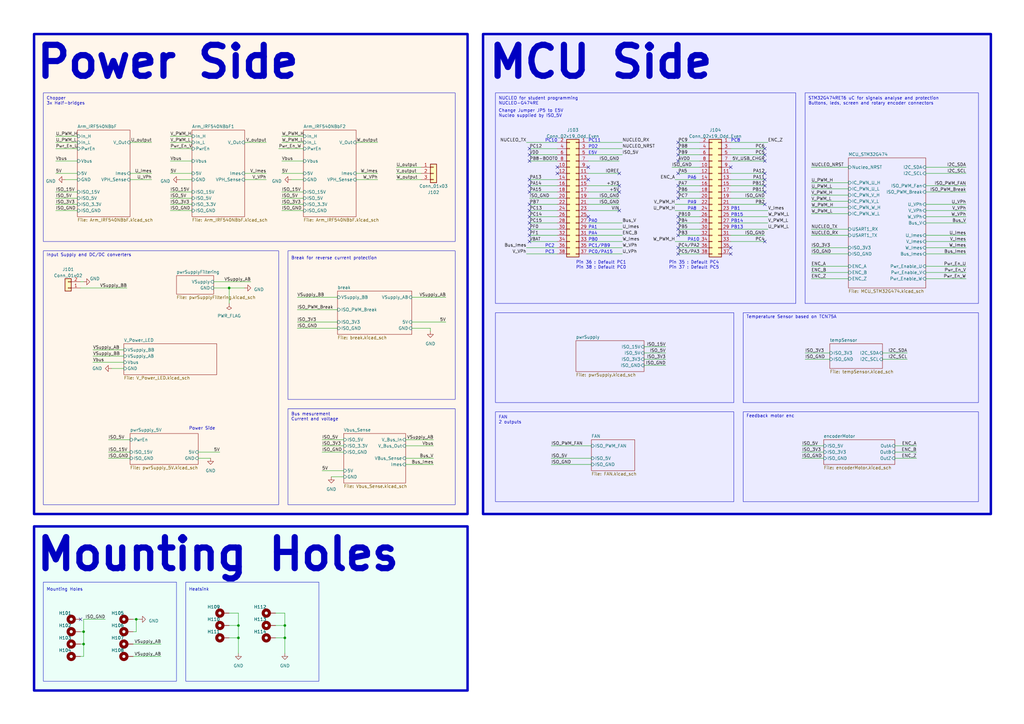
<source format=kicad_sch>
(kicad_sch (version 20231120) (generator "eeschema") (generator_version "8.0")
  (paper "A3")
  (title_block (title "AAP Inverter") (date "2023-10-08") (company "ENSEA"))
  (lib_symbols
    (symbol "Connector_Generic:Conn_01x02" (pin_names (offset 1.016) hide)
      (property "Reference" "J" (at 0 2.54 0))
      (property "Value" "Conn_01x02" (at 0 -5.08 0))
      (symbol "Conn_01x02_1_1"
        (rectangle (start -1.27 -2.413) (end 0 -2.667) (stroke (width 0.1524)))
        (rectangle (start -1.27 0.127) (end 0 -0.127) (stroke (width 0.1524)))
        (rectangle (start -1.27 1.27) (end 1.27 -3.81) (stroke (width 0.254)) (fill (type background)))
        (pin passive line (at -5.08 0 0) (length 3.81) (name "Pin_1") (number "1"))
        (pin passive line (at -5.08 -2.54 0) (length 3.81) (name "Pin_2") (number "2"))
      )
    )
    (symbol "Connector_Generic:Conn_01x03" (pin_names (offset 1.016) hide)
      (property "Reference" "J" (at 0 5.08 0))
      (property "Value" "Conn_01x03" (at 0 -5.08 0))
      (symbol "Conn_01x03_1_1"
        (rectangle (start -1.27 -2.413) (end 0 -2.667) (stroke (width 0.1524)))
        (rectangle (start -1.27 0.127) (end 0 -0.127) (stroke (width 0.1524)))
        (rectangle (start -1.27 2.667) (end 0 2.413) (stroke (width 0.1524)))
        (rectangle (start -1.27 3.81) (end 1.27 -3.81) (stroke (width 0.254)) (fill (type background)))
        (pin passive line (at -5.08 2.54 0) (length 3.81) (name "Pin_1") (number "1"))
        (pin passive line (at -5.08 0 0) (length 3.81) (name "Pin_2") (number "2"))
        (pin passive line (at -5.08 -2.54 0) (length 3.81) (name "Pin_3") (number "3"))
      )
    )
    (symbol "Connector_Generic:Conn_02x19_Odd_Even" (pin_names (offset 1.016) hide)
      (property "Reference" "J" (at 1.27 25.4 0))
      (property "Value" "Conn_02x19_Odd_Even" (at 1.27 -25.4 0))
      (symbol "Conn_02x19_Odd_Even_1_1"
        (rectangle (start -1.27 -22.733) (end 0 -22.987) (stroke (width 0.1524)))
        (rectangle (start -1.27 -20.193) (end 0 -20.447) (stroke (width 0.1524)))
        (rectangle (start -1.27 -17.653) (end 0 -17.907) (stroke (width 0.1524)))
        (rectangle (start -1.27 -15.113) (end 0 -15.367) (stroke (width 0.1524)))
        (rectangle (start -1.27 -12.573) (end 0 -12.827) (stroke (width 0.1524)))
        (rectangle (start -1.27 -10.033) (end 0 -10.287) (stroke (width 0.1524)))
        (rectangle (start -1.27 -7.493) (end 0 -7.747) (stroke (width 0.1524)))
        (rectangle (start -1.27 -4.953) (end 0 -5.207) (stroke (width 0.1524)))
        (rectangle (start -1.27 -2.413) (end 0 -2.667) (stroke (width 0.1524)))
        (rectangle (start -1.27 0.127) (end 0 -0.127) (stroke (width 0.1524)))
        (rectangle (start -1.27 2.667) (end 0 2.413) (stroke (width 0.1524)))
        (rectangle (start -1.27 5.207) (end 0 4.953) (stroke (width 0.1524)))
        (rectangle (start -1.27 7.747) (end 0 7.493) (stroke (width 0.1524)))
        (rectangle (start -1.27 10.287) (end 0 10.033) (stroke (width 0.1524)))
        (rectangle (start -1.27 12.827) (end 0 12.573) (stroke (width 0.1524)))
        (rectangle (start -1.27 15.367) (end 0 15.113) (stroke (width 0.1524)))
        (rectangle (start -1.27 17.907) (end 0 17.653) (stroke (width 0.1524)))
        (rectangle (start -1.27 20.447) (end 0 20.193) (stroke (width 0.1524)))
        (rectangle (start -1.27 22.987) (end 0 22.733) (stroke (width 0.1524)))
        (rectangle (start -1.27 24.13) (end 3.81 -24.13) (stroke (width 0.254)) (fill (type background)))
        (rectangle (start 3.81 -22.733) (end 2.54 -22.987) (stroke (width 0.1524)))
        (rectangle (start 3.81 -20.193) (end 2.54 -20.447) (stroke (width 0.1524)))
        (rectangle (start 3.81 -17.653) (end 2.54 -17.907) (stroke (width 0.1524)))
        (rectangle (start 3.81 -15.113) (end 2.54 -15.367) (stroke (width 0.1524)))
        (rectangle (start 3.81 -12.573) (end 2.54 -12.827) (stroke (width 0.1524)))
        (rectangle (start 3.81 -10.033) (end 2.54 -10.287) (stroke (width 0.1524)))
        (rectangle (start 3.81 -7.493) (end 2.54 -7.747) (stroke (width 0.1524)))
        (rectangle (start 3.81 -4.953) (end 2.54 -5.207) (stroke (width 0.1524)))
        (rectangle (start 3.81 -2.413) (end 2.54 -2.667) (stroke (width 0.1524)))
        (rectangle (start 3.81 0.127) (end 2.54 -0.127) (stroke (width 0.1524)))
        (rectangle (start 3.81 2.667) (end 2.54 2.413) (stroke (width 0.1524)))
        (rectangle (start 3.81 5.207) (end 2.54 4.953) (stroke (width 0.1524)))
        (rectangle (start 3.81 7.747) (end 2.54 7.493) (stroke (width 0.1524)))
        (rectangle (start 3.81 10.287) (end 2.54 10.033) (stroke (width 0.1524)))
        (rectangle (start 3.81 12.827) (end 2.54 12.573) (stroke (width 0.1524)))
        (rectangle (start 3.81 15.367) (end 2.54 15.113) (stroke (width 0.1524)))
        (rectangle (start 3.81 17.907) (end 2.54 17.653) (stroke (width 0.1524)))
        (rectangle (start 3.81 20.447) (end 2.54 20.193) (stroke (width 0.1524)))
        (rectangle (start 3.81 22.987) (end 2.54 22.733) (stroke (width 0.1524)))
        (pin passive line (at -5.08 22.86 0) (length 3.81) (name "Pin_1") (number "1"))
        (pin passive line (at 7.62 12.7 180) (length 3.81) (name "Pin_10") (number "10"))
        (pin passive line (at -5.08 10.16 0) (length 3.81) (name "Pin_11") (number "11"))
        (pin passive line (at 7.62 10.16 180) (length 3.81) (name "Pin_12") (number "12"))
        (pin passive line (at -5.08 7.62 0) (length 3.81) (name "Pin_13") (number "13"))
        (pin passive line (at 7.62 7.62 180) (length 3.81) (name "Pin_14") (number "14"))
        (pin passive line (at -5.08 5.08 0) (length 3.81) (name "Pin_15") (number "15"))
        (pin passive line (at 7.62 5.08 180) (length 3.81) (name "Pin_16") (number "16"))
        (pin passive line (at -5.08 2.54 0) (length 3.81) (name "Pin_17") (number "17"))
        (pin passive line (at 7.62 2.54 180) (length 3.81) (name "Pin_18") (number "18"))
        (pin passive line (at -5.08 0 0) (length 3.81) (name "Pin_19") (number "19"))
        (pin passive line (at 7.62 22.86 180) (length 3.81) (name "Pin_2") (number "2"))
        (pin passive line (at 7.62 0 180) (length 3.81) (name "Pin_20") (number "20"))
        (pin passive line (at -5.08 -2.54 0) (length 3.81) (name "Pin_21") (number "21"))
        (pin passive line (at 7.62 -2.54 180) (length 3.81) (name "Pin_22") (number "22"))
        (pin passive line (at -5.08 -5.08 0) (length 3.81) (name "Pin_23") (number "23"))
        (pin passive line (at 7.62 -5.08 180) (length 3.81) (name "Pin_24") (number "24"))
        (pin passive line (at -5.08 -7.62 0) (length 3.81) (name "Pin_25") (number "25"))
        (pin passive line (at 7.62 -7.62 180) (length 3.81) (name "Pin_26") (number "26"))
        (pin passive line (at -5.08 -10.16 0) (length 3.81) (name "Pin_27") (number "27"))
        (pin passive line (at 7.62 -10.16 180) (length 3.81) (name "Pin_28") (number "28"))
        (pin passive line (at -5.08 -12.7 0) (length 3.81) (name "Pin_29") (number "29"))
        (pin passive line (at -5.08 20.32 0) (length 3.81) (name "Pin_3") (number "3"))
        (pin passive line (at 7.62 -12.7 180) (length 3.81) (name "Pin_30") (number "30"))
        (pin passive line (at -5.08 -15.24 0) (length 3.81) (name "Pin_31") (number "31"))
        (pin passive line (at 7.62 -15.24 180) (length 3.81) (name "Pin_32") (number "32"))
        (pin passive line (at -5.08 -17.78 0) (length 3.81) (name "Pin_33") (number "33"))
        (pin passive line (at 7.62 -17.78 180) (length 3.81) (name "Pin_34") (number "34"))
        (pin passive line (at -5.08 -20.32 0) (length 3.81) (name "Pin_35") (number "35"))
        (pin passive line (at 7.62 -20.32 180) (length 3.81) (name "Pin_36") (number "36"))
        (pin passive line (at -5.08 -22.86 0) (length 3.81) (name "Pin_37") (number "37"))
        (pin passive line (at 7.62 -22.86 180) (length 3.81) (name "Pin_38") (number "38"))
        (pin passive line (at 7.62 20.32 180) (length 3.81) (name "Pin_4") (number "4"))
        (pin passive line (at -5.08 17.78 0) (length 3.81) (name "Pin_5") (number "5"))
        (pin passive line (at 7.62 17.78 180) (length 3.81) (name "Pin_6") (number "6"))
        (pin passive line (at -5.08 15.24 0) (length 3.81) (name "Pin_7") (number "7"))
        (pin passive line (at 7.62 15.24 180) (length 3.81) (name "Pin_8") (number "8"))
        (pin passive line (at -5.08 12.7 0) (length 3.81) (name "Pin_9") (number "9"))
      )
    )
    (symbol "Mechanical:MountingHole_Pad" (pin_numbers hide) (pin_names (offset 1.016) hide)
      (property "Reference" "H" (at 0 6.35 0))
      (property "Value" "MountingHole_Pad" (at 0 4.445 0))
      (symbol "MountingHole_Pad_0_1"
        (circle (center 0 1.27) (radius 1.27) (stroke (width 1.27)))
      )
      (symbol "MountingHole_Pad_1_1"
        (pin input line (at 0 -2.54 90) (length 2.54) (name "1") (number "1"))
      )
    )
    (symbol "power:GND" (power) (pin_names (offset 0))
      (property "Value" "GND" (at 0 -3.81 0))
      (symbol "GND_0_1"
        (polyline (pts (xy 0 0) (xy 0 -1.27) (xy 1.27 -1.27) (xy 0 -2.54) (xy -1.27 -1.27) (xy 0 -1.27)))
      )
      (symbol "GND_1_1"
        (pin power_in line (at 0 0 270) (length 0) hide (name "GND") (number "1"))
      )
    )
    (symbol "power:PWR_FLAG" (power) (pin_numbers hide) (pin_names (offset 0) hide)
      (property "Value" "PWR_FLAG" (at 0 3.81 0))
      (symbol "PWR_FLAG_0_0"
        (pin power_out line (at 0 0 90) (length 0) (name "pwr") (number "1"))
      )
      (symbol "PWR_FLAG_0_1"
        (polyline (pts (xy 0 0) (xy 0 1.27) (xy -1.016 1.905) (xy 0 2.54) (xy 1.016 1.905) (xy 0 1.27)))
      )
    )
  )
  (junction (at 116.84 256.54))
  (junction (at 55.88 254))
  (junction (at 116.84 261.62))
  (junction (at 97.79 261.62))
  (junction (at 34.29 264.16))
  (junction (at 97.79 256.54))
  (junction (at 34.29 259.08))
  (junction (at 93.98 118.11))
  (no_connect (at 217.17 66.04))
  (no_connect (at 241.3 88.9))
  (no_connect (at 313.69 60.96))
  (no_connect (at 313.69 76.2))
  (no_connect (at 278.13 96.52))
  (no_connect (at 33.02 254))
  (no_connect (at 278.13 58.42))
  (no_connect (at 278.13 93.98))
  (no_connect (at 299.72 104.14))
  (no_connect (at 278.13 91.44))
  (no_connect (at 313.69 71.12))
  (no_connect (at 254 86.36))
  (no_connect (at 228.6 68.58))
  (no_connect (at 254 71.12))
  (no_connect (at 313.69 63.5))
  (no_connect (at 313.69 83.82))
  (no_connect (at 278.13 66.04))
  (no_connect (at 241.3 73.66))
  (no_connect (at 228.6 71.12))
  (no_connect (at 217.17 86.36))
  (no_connect (at 313.69 78.74))
  (no_connect (at 254 76.2))
  (no_connect (at 313.69 73.66))
  (no_connect (at 278.13 101.6))
  (no_connect (at 278.13 76.2))
  (no_connect (at 217.17 93.98))
  (no_connect (at 217.17 60.96))
  (no_connect (at 217.17 63.5))
  (no_connect (at 299.72 68.58))
  (no_connect (at 278.13 60.96))
  (no_connect (at 278.13 63.5))
  (no_connect (at 217.17 96.52))
  (no_connect (at 217.17 99.06))
  (no_connect (at 217.17 88.9))
  (no_connect (at 217.17 91.44))
  (no_connect (at 278.13 78.74))
  (no_connect (at 278.13 88.9))
  (no_connect (at 313.69 66.04))
  (no_connect (at 278.13 71.12))
  (no_connect (at 241.3 68.58))
  (no_connect (at 299.72 101.6))
  (no_connect (at 217.17 78.74))
  (no_connect (at 254 78.74))
  (no_connect (at 217.17 76.2))
  (no_connect (at 278.13 104.14))
  (no_connect (at 313.69 99.06))
  (no_connect (at 217.17 83.82))
  (no_connect (at 278.13 81.28))
  (no_connect (at 217.17 73.66))
  (wire (pts (xy 299.72 66.04) (xy 313.69 66.04)))
  (wire (pts (xy 330.2 147.32) (xy 340.36 147.32)))
  (wire (pts (xy 278.13 96.52) (xy 287.02 96.52)))
  (wire (pts (xy 299.72 81.28) (xy 313.69 81.28)))
  (wire (pts (xy 299.72 86.36) (xy 314.96 86.36)))
  (wire (pts (xy 361.95 144.78) (xy 372.11 144.78)))
  (wire (pts (xy 69.85 86.36) (xy 78.74 86.36)))
  (wire (pts (xy 215.9 58.42) (xy 228.6 58.42)))
  (wire (pts (xy 299.72 83.82) (xy 313.69 83.82)))
  (wire (pts (xy 241.3 83.82) (xy 254 83.82)))
  (wire (pts (xy 226.06 187.96) (xy 242.57 187.96)))
  (wire (pts (xy 33.02 118.11) (xy 52.07 118.11)))
  (wire (pts (xy 379.73 78.74) (xy 396.24 78.74)))
  (wire (pts (xy 276.86 86.36) (xy 287.02 86.36)))
  (wire (pts (xy 69.85 81.28) (xy 78.74 81.28)))
  (wire (pts (xy 379.73 76.2) (xy 396.24 76.2)))
  (wire (pts (xy 116.84 251.46) (xy 113.03 251.46)))
  (wire (pts (xy 217.17 99.06) (xy 228.6 99.06)))
  (wire (pts (xy 93.98 256.54) (xy 97.79 256.54)))
  (wire (pts (xy 38.1 146.05) (xy 50.8 146.05)))
  (wire (pts (xy 226.06 190.5) (xy 242.57 190.5)))
  (wire (pts (xy 299.72 63.5) (xy 313.69 63.5)))
  (wire (pts (xy 22.86 86.36) (xy 31.75 86.36)))
  (wire (pts (xy 217.17 86.36) (xy 228.6 86.36)))
  (wire (pts (xy 69.85 55.88) (xy 78.74 55.88)))
  (wire (pts (xy 299.72 93.98) (xy 314.96 93.98)))
  (wire (pts (xy 45.72 151.13) (xy 50.8 151.13)))
  (wire (pts (xy 33.02 264.16) (xy 34.29 264.16)))
  (wire (pts (xy 241.3 99.06) (xy 255.27 99.06)))
  (wire (pts (xy 332.74 93.98) (xy 347.98 93.98)))
  (wire (pts (xy 66.04 264.16) (xy 54.61 264.16)))
  (wire (pts (xy 379.73 111.76) (xy 396.24 111.76)))
  (wire (pts (xy 330.2 144.78) (xy 340.36 144.78)))
  (wire (pts (xy 115.57 83.82) (xy 124.46 83.82)))
  (wire (pts (xy 332.74 114.3) (xy 347.98 114.3)))
  (wire (pts (xy 33.02 259.08) (xy 34.29 259.08)))
  (wire (pts (xy 241.3 78.74) (xy 254 78.74)))
  (wire (pts (xy 264.16 149.86) (xy 273.05 149.86)))
  (wire (pts (xy 140.97 185.42) (xy 132.08 185.42)))
  (wire (pts (xy 264.16 147.32) (xy 273.05 147.32)))
  (wire (pts (xy 22.86 81.28) (xy 31.75 81.28)))
  (wire (pts (xy 278.13 81.28) (xy 287.02 81.28)))
  (wire (pts (xy 140.97 180.34) (xy 132.08 180.34)))
  (wire (pts (xy 87.63 115.57) (xy 102.87 115.57)))
  (wire (pts (xy 140.97 195.58) (xy 135.89 195.58)))
  (wire (pts (xy 113.03 256.54) (xy 116.84 256.54)))
  (wire (pts (xy 217.17 60.96) (xy 228.6 60.96)))
  (wire (pts (xy 328.93 182.88) (xy 337.82 182.88)))
  (wire (pts (xy 217.17 88.9) (xy 228.6 88.9)))
  (wire (pts (xy 328.93 185.42) (xy 337.82 185.42)))
  (wire (pts (xy 278.13 101.6) (xy 287.02 101.6)))
  (wire (pts (xy 278.13 78.74) (xy 287.02 78.74)))
  (wire (pts (xy 55.88 254) (xy 57.15 254)))
  (wire (pts (xy 69.85 71.12) (xy 78.74 71.12)))
  (wire (pts (xy 162.56 71.12) (xy 172.72 71.12)))
  (wire (pts (xy 182.88 121.92) (xy 168.91 121.92)))
  (wire (pts (xy 132.08 182.88) (xy 140.97 182.88)))
  (wire (pts (xy 22.86 66.04) (xy 31.75 66.04)))
  (wire (pts (xy 332.74 74.93) (xy 347.98 74.93)))
  (wire (pts (xy 100.33 58.42) (xy 109.22 58.42)))
  (wire (pts (xy 69.85 83.82) (xy 78.74 83.82)))
  (wire (pts (xy 367.03 187.96) (xy 375.92 187.96)))
  (wire (pts (xy 278.13 93.98) (xy 287.02 93.98)))
  (wire (pts (xy 115.57 81.28) (xy 124.46 81.28)))
  (wire (pts (xy 278.13 63.5) (xy 287.02 63.5)))
  (wire (pts (xy 241.3 76.2) (xy 254 76.2)))
  (wire (pts (xy 140.97 193.04) (xy 132.08 193.04)))
  (wire (pts (xy 332.74 109.22) (xy 347.98 109.22)))
  (wire (pts (xy 278.13 88.9) (xy 287.02 88.9)))
  (wire (pts (xy 379.73 91.44) (xy 396.24 91.44)))
  (wire (pts (xy 299.72 78.74) (xy 313.69 78.74)))
  (wire (pts (xy 53.34 58.42) (xy 62.23 58.42)))
  (wire (pts (xy 241.3 60.96) (xy 255.27 60.96)))
  (wire (pts (xy 121.92 132.08) (xy 138.43 132.08)))
  (wire (pts (xy 367.03 182.88) (xy 375.92 182.88)))
  (wire (pts (xy 278.13 104.14) (xy 287.02 104.14)))
  (wire (pts (xy 299.72 71.12) (xy 313.69 71.12)))
  (wire (pts (xy 166.37 182.88) (xy 177.8 182.88)))
  (wire (pts (xy 100.33 71.12) (xy 109.22 71.12)))
  (wire (pts (xy 217.17 76.2) (xy 228.6 76.2)))
  (wire (pts (xy 115.57 66.04) (xy 124.46 66.04)))
  (wire (pts (xy 38.1 148.59) (xy 50.8 148.59)))
  (wire (pts (xy 332.74 87.63) (xy 347.98 87.63)))
  (wire (pts (xy 275.59 68.58) (xy 287.02 68.58)))
  (wire (pts (xy 44.45 187.96) (xy 53.34 187.96)))
  (wire (pts (xy 299.72 96.52) (xy 313.69 96.52)))
  (wire (pts (xy 115.57 55.88) (xy 124.46 55.88)))
  (wire (pts (xy 241.3 66.04) (xy 254 66.04)))
  (wire (pts (xy 115.57 58.42) (xy 124.46 58.42)))
  (wire (pts (xy 299.72 76.2) (xy 313.69 76.2)))
  (wire (pts (xy 166.37 190.5) (xy 177.8 190.5)))
  (wire (pts (xy 332.74 85.09) (xy 347.98 85.09)))
  (wire (pts (xy 328.93 187.96) (xy 337.82 187.96)))
  (wire (pts (xy 217.17 91.44) (xy 228.6 91.44)))
  (wire (pts (xy 166.37 180.34) (xy 177.8 180.34)))
  (wire (pts (xy 114.3 60.96) (xy 124.46 60.96)))
  (wire (pts (xy 278.13 71.12) (xy 287.02 71.12)))
  (wire (pts (xy 22.86 55.88) (xy 31.75 55.88)))
  (wire (pts (xy 146.05 58.42) (xy 154.94 58.42)))
  (wire (pts (xy 379.73 99.06) (xy 396.24 99.06)))
  (wire (pts (xy 22.86 71.12) (xy 31.75 71.12)))
  (wire (pts (xy 26.67 73.66) (xy 31.75 73.66)))
  (wire (pts (xy 66.04 269.24) (xy 54.61 269.24)))
  (wire (pts (xy 241.3 96.52) (xy 255.27 96.52)))
  (wire (pts (xy 34.29 254) (xy 43.18 254)))
  (wire (pts (xy 116.84 261.62) (xy 116.84 256.54)))
  (wire (pts (xy 115.57 78.74) (xy 124.46 78.74)))
  (wire (pts (xy 22.86 58.42) (xy 31.75 58.42)))
  (wire (pts (xy 278.13 66.04) (xy 287.02 66.04)))
  (wire (pts (xy 176.53 134.62) (xy 176.53 135.89)))
  (wire (pts (xy 217.17 63.5) (xy 228.6 63.5)))
  (wire (pts (xy 93.98 118.11) (xy 100.33 118.11)))
  (wire (pts (xy 162.56 73.66) (xy 172.72 73.66)))
  (wire (pts (xy 276.86 73.66) (xy 287.02 73.66)))
  (wire (pts (xy 379.73 68.58) (xy 396.24 68.58)))
  (wire (pts (xy 53.34 71.12) (xy 62.23 71.12)))
  (wire (pts (xy 367.03 185.42) (xy 375.92 185.42)))
  (wire (pts (xy 100.33 73.66) (xy 109.22 73.66)))
  (wire (pts (xy 278.13 60.96) (xy 287.02 60.96)))
  (wire (pts (xy 69.85 66.04) (xy 78.74 66.04)))
  (wire (pts (xy 168.91 134.62) (xy 176.53 134.62)))
  (wire (pts (xy 299.72 60.96) (xy 313.69 60.96)))
  (wire (pts (xy 115.57 86.36) (xy 124.46 86.36)))
  (wire (pts (xy 69.85 60.96) (xy 78.74 60.96)))
  (wire (pts (xy 379.73 114.3) (xy 396.24 114.3)))
  (wire (pts (xy 115.57 71.12) (xy 124.46 71.12)))
  (wire (pts (xy 379.73 96.52) (xy 396.24 96.52)))
  (wire (pts (xy 264.16 144.78) (xy 273.05 144.78)))
  (wire (pts (xy 168.91 132.08) (xy 182.88 132.08)))
  (wire (pts (xy 241.3 93.98) (xy 255.27 93.98)))
  (wire (pts (xy 264.16 142.24) (xy 273.05 142.24)))
  (wire (pts (xy 116.84 267.97) (xy 116.84 261.62)))
  (wire (pts (xy 276.86 99.06) (xy 287.02 99.06)))
  (wire (pts (xy 53.34 73.66) (xy 62.23 73.66)))
  (wire (pts (xy 379.73 83.82) (xy 396.24 83.82)))
  (wire (pts (xy 379.73 86.36) (xy 396.24 86.36)))
  (wire (pts (xy 241.3 104.14) (xy 255.27 104.14)))
  (wire (pts (xy 361.95 147.32) (xy 372.11 147.32)))
  (wire (pts (xy 217.17 81.28) (xy 228.6 81.28)))
  (wire (pts (xy 299.72 88.9) (xy 314.96 88.9)))
  (wire (pts (xy 38.1 143.51) (xy 50.8 143.51)))
  (wire (pts (xy 54.61 259.08) (xy 55.88 259.08)))
  (wire (pts (xy 332.74 96.52) (xy 347.98 96.52)))
  (wire (pts (xy 113.03 261.62) (xy 116.84 261.62)))
  (wire (pts (xy 34.29 254) (xy 34.29 259.08)))
  (wire (pts (xy 97.79 261.62) (xy 97.79 256.54)))
  (wire (pts (xy 97.79 267.97) (xy 97.79 261.62)))
  (wire (pts (xy 81.28 187.96) (xy 86.36 187.96)))
  (wire (pts (xy 379.73 104.14) (xy 396.24 104.14)))
  (wire (pts (xy 69.85 58.42) (xy 78.74 58.42)))
  (wire (pts (xy 146.05 71.12) (xy 154.94 71.12)))
  (wire (pts (xy 278.13 58.42) (xy 287.02 58.42)))
  (wire (pts (xy 332.74 68.58) (xy 347.98 68.58)))
  (wire (pts (xy 93.98 124.46) (xy 93.98 118.11)))
  (wire (pts (xy 379.73 88.9) (xy 396.24 88.9)))
  (wire (pts (xy 73.66 73.66) (xy 78.74 73.66)))
  (wire (pts (xy 44.45 185.42) (xy 53.34 185.42)))
  (wire (pts (xy 241.3 91.44) (xy 255.27 91.44)))
  (wire (pts (xy 299.72 91.44) (xy 314.96 91.44)))
  (wire (pts (xy 332.74 111.76) (xy 347.98 111.76)))
  (wire (pts (xy 241.3 63.5) (xy 255.27 63.5)))
  (wire (pts (xy 54.61 254) (xy 55.88 254)))
  (wire (pts (xy 166.37 187.96) (xy 177.8 187.96)))
  (wire (pts (xy 217.17 66.04) (xy 228.6 66.04)))
  (wire (pts (xy 121.92 127) (xy 138.43 127)))
  (wire (pts (xy 215.9 104.14) (xy 228.6 104.14)))
  (wire (pts (xy 379.73 71.12) (xy 396.24 71.12)))
  (wire (pts (xy 22.86 60.96) (xy 31.75 60.96)))
  (wire (pts (xy 116.84 256.54) (xy 116.84 251.46)))
  (wire (pts (xy 241.3 81.28) (xy 254 81.28)))
  (wire (pts (xy 332.74 77.47) (xy 347.98 77.47)))
  (wire (pts (xy 217.17 93.98) (xy 228.6 93.98)))
  (wire (pts (xy 241.3 71.12) (xy 254 71.12)))
  (wire (pts (xy 121.92 121.92) (xy 138.43 121.92)))
  (wire (pts (xy 299.72 58.42) (xy 314.96 58.42)))
  (wire (pts (xy 97.79 256.54) (xy 97.79 251.46)))
  (wire (pts (xy 217.17 78.74) (xy 228.6 78.74)))
  (wire (pts (xy 226.06 182.88) (xy 242.57 182.88)))
  (wire (pts (xy 215.9 101.6) (xy 228.6 101.6)))
  (wire (pts (xy 22.86 83.82) (xy 31.75 83.82)))
  (wire (pts (xy 332.74 101.6) (xy 347.98 101.6)))
  (wire (pts (xy 44.45 180.34) (xy 53.34 180.34)))
  (wire (pts (xy 162.56 68.58) (xy 172.72 68.58)))
  (wire (pts (xy 332.74 104.14) (xy 347.98 104.14)))
  (wire (pts (xy 278.13 91.44) (xy 287.02 91.44)))
  (wire (pts (xy 22.86 78.74) (xy 31.75 78.74)))
  (wire (pts (xy 81.28 185.42) (xy 90.17 185.42)))
  (wire (pts (xy 332.74 80.01) (xy 347.98 80.01)))
  (wire (pts (xy 241.3 86.36) (xy 254 86.36)))
  (wire (pts (xy 278.13 76.2) (xy 287.02 76.2)))
  (wire (pts (xy 379.73 109.22) (xy 396.24 109.22)))
  (wire (pts (xy 276.86 83.82) (xy 287.02 83.82)))
  (wire (pts (xy 121.92 134.62) (xy 138.43 134.62)))
  (wire (pts (xy 299.72 99.06) (xy 313.69 99.06)))
  (wire (pts (xy 69.85 78.74) (xy 78.74 78.74)))
  (wire (pts (xy 241.3 101.6) (xy 255.27 101.6)))
  (wire (pts (xy 34.29 264.16) (xy 34.29 269.24)))
  (wire (pts (xy 299.72 73.66) (xy 313.69 73.66)))
  (wire (pts (xy 55.88 254) (xy 55.88 259.08)))
  (wire (pts (xy 217.17 96.52) (xy 228.6 96.52)))
  (wire (pts (xy 93.98 261.62) (xy 97.79 261.62)))
  (wire (pts (xy 33.02 269.24) (xy 34.29 269.24)))
  (wire (pts (xy 97.79 251.46) (xy 93.98 251.46)))
  (wire (pts (xy 34.29 259.08) (xy 34.29 264.16)))
  (wire (pts (xy 379.73 101.6) (xy 396.24 101.6)))
  (wire (pts (xy 217.17 73.66) (xy 228.6 73.66)))
  (wire (pts (xy 119.38 73.66) (xy 124.46 73.66)))
  (wire (pts (xy 146.05 73.66) (xy 154.94 73.66)))
  (wire (pts (xy 332.74 82.55) (xy 347.98 82.55)))
  (wire (pts (xy 33.02 115.57) (xy 34.29 115.57)))
  (wire (pts (xy 241.3 58.42) (xy 255.27 58.42)))
  (wire (pts (xy 217.17 83.82) (xy 228.6 83.82)))
  (wire (pts (xy 87.63 118.11) (xy 93.98 118.11)))
  (rectangle (start 13.97 215.9) (end 191.77 283.21) (stroke (width 1)) (fill (type color) (color 235 255 248 1)))
  (rectangle (start 198.12 13.97) (end 406.4 210.82) (stroke (width 1)) (fill (type color) (color 235 235 255 1)))
  (rectangle (start 17.78 38.1) (end 186.69 99.06))
  (rectangle (start 17.78 102.87) (end 114.3 207.01))
  (rectangle (start 118.11 167.64) (end 186.69 207.01))
  (rectangle (start 330.2 38.1) (end 401.32 124.46))
  (rectangle (start 17.78 238.76) (end 72.39 279.4))
  (rectangle (start 203.2 128.27) (end 300.99 165.1))
  (rectangle (start 203.2 168.91) (end 300.99 205.74))
  (rectangle (start 76.2 238.76) (end 130.81 279.4))
  (rectangle (start 13.97 13.97) (end 191.77 210.82) (stroke (width 1)) (fill (type color) (color 255 246 235 1)))
  (rectangle (start 203.2 38.1) (end 326.39 124.46))
  (rectangle (start 304.8 168.91) (end 401.32 205.74))
  (rectangle (start 304.8 128.27) (end 401.32 165.1))
  (rectangle (start 118.11 102.87) (end 186.69 163.83))
  (text "PB14" (at 299.72 91.44 0) (effects (font (size 1.27 1.27)) (justify left bottom)))
  (text "PC10" (at 223.52 58.42 0) (effects (font (size 1.27 1.27)) (justify left bottom)))
  (text "Input Supply and DC/DC converters" (at 19.05 105.41 0) (effects (font (size 1.27 1.27)) (justify left bottom)))
  (text "Temperature Sensor based on TCN75A" (at 306.07 130.81 0) (effects (font (size 1.27 1.27)) (justify left bottom)))
  (text "PC3" (at 223.52 104.14 0) (effects (font (size 1.27 1.27)) (justify left bottom)))
  (text "PA8" (at 281.94 86.36 0) (effects (font (size 1.27 1.27)) (justify left bottom)))
  (text "Mounting Holes" (at 19.05 242.57 0) (effects (font (size 1.27 1.27)) (justify left bottom)))
  (text "PA4" (at 241.3 96.52 0) (effects (font (size 1.27 1.27)) (justify left bottom)))
  (text "NUCLEO for student programming\nNUCLEO-G474RE" (at 204.47 43.18 0) (effects (font (size 1.27 1.27)) (justify left bottom)))
  (text "Pin 35 : Default PC4\nPin 37 : Default PC5" (at 274.32 110.49 0) (effects (font (size 1.27 1.27)) (justify left bottom)))
  (text "PA10" (at 281.94 99.06 0) (effects (font (size 1.27 1.27)) (justify left bottom)))
  (text "STM32G474RET6 uC for signals analyse and protection\nButtons, leds, screen and rotary encoder connectors" (at 331.47 43.18 0) (effects (font (size 1.27 1.27)) (justify left bottom)))
  (text "Heatsink" (at 77.47 242.57 0) (effects (font (size 1.27 1.27)) (justify left bottom)))
  (text "Break for reverse current protection" (at 119.38 106.68 0) (effects (font (size 1.27 1.27)) (justify left bottom)))
  (text "PB13\n" (at 299.72 93.98 0) (effects (font (size 1.27 1.27)) (justify left bottom)))
  (text "Chopper \n3x Half-bridges" (at 19.05 43.18 0) (effects (font (size 1.27 1.27)) (justify left bottom)))
  (text "PA0" (at 241.3 91.44 0) (effects (font (size 1.27 1.27)) (justify left bottom)))
  (text "PC0/PA15" (at 241.3 104.14 0) (effects (font (size 1.27 1.27)) (justify left bottom)))
  (text "PD2" (at 241.3 60.96 0) (effects (font (size 1.27 1.27)) (justify left bottom)))
  (text "E5V" (at 241.3 63.5 0) (effects (font (size 1.27 1.27)) (justify left bottom)))
  (text "PB0" (at 241.3 99.06 0) (effects (font (size 1.27 1.27)) (justify left bottom)))
  (text "PA9" (at 281.94 83.82 0) (effects (font (size 1.27 1.27)) (justify left bottom)))
  (text "Power Side\n" (at 77.47 176.53 0) (effects (font (size 1.27 1.27)) (justify left bottom)))
  (text "Feedback motor enc" (at 306.07 171.45 0) (effects (font (size 1.27 1.27)) (justify left bottom)))
  (text "PA6" (at 281.94 73.66 0) (effects (font (size 1.27 1.27)) (justify left bottom)))
  (text "MCU Side" (at 199.39 33.02 0) (effects (font (size 12.7 12.7) (thickness 2.54) (bold yes)) (justify left bottom)))
  (text "PC11" (at 241.3 58.42 0) (effects (font (size 1.27 1.27)) (justify left bottom)))
  (text "FAN \n2 outputs" (at 204.47 173.99 0) (effects (font (size 1.27 1.27)) (justify left bottom)))
  (text "Mounting Holes" (at 13.97 234.95 0) (effects (font (size 12.7 12.7) (thickness 2.54) (bold yes)) (justify left bottom)))
  (text "PA1" (at 241.3 93.98 0) (effects (font (size 1.27 1.27)) (justify left bottom)))
  (text "Pin 36 : Default PC1\nPin 38 : Default PC0" (at 236.22 110.49 0) (effects (font (size 1.27 1.27)) (justify left bottom)))
  (text "PC1/PB9" (at 241.3 101.6 0) (effects (font (size 1.27 1.27)) (justify left bottom)))
  (text "PC8" (at 299.72 58.42 0) (effects (font (size 1.27 1.27)) (justify left bottom)))
  (text "Power Side" (at 13.97 33.02 0) (effects (font (size 12.7 12.7) (thickness 2.54) (bold yes)) (justify left bottom)))
  (text "PB1" (at 299.72 86.36 0) (effects (font (size 1.27 1.27)) (justify left bottom)))
  (text "PC2" (at 223.52 101.6 0) (effects (font (size 1.27 1.27)) (justify left bottom)))
  (text "Bus mesurement\nCurrent and voltage" (at 119.38 172.72 0) (effects (font (size 1.27 1.27)) (justify left bottom)))
  (text "PB15" (at 299.72 88.9 0) (effects (font (size 1.27 1.27)) (justify left bottom)))
  (text "Change Jumper JP5 to E5V\nNucleo supplied by ISO_5V" (at 204.47 48.26 0) (effects (font (size 1.27 1.27)) (justify left bottom)))
  (label "VDD" (at 217.17 63.5 0))
  (label "U_PWM_H" (at 22.86 55.88 0))
  (label "IOREF" (at 254 71.12 180))
  (label "PB11" (at 313.69 78.74 180))
  (label "ISO_GND" (at 330.2 147.32 0))
  (label "PC12" (at 217.17 60.96 0))
  (label "Pwr_En_V" (at 69.85 60.96 0))
  (label "V_PWM_L" (at 69.85 58.42 0))
  (label "PC4{slash}PA2" (at 278.13 101.6 0))
  (label "W_PWM_L" (at 314.96 88.9 0))
  (label "V_PWM_L" (at 332.74 82.55 0))
  (label "Vbus" (at 22.86 66.04 0))
  (label "W_PWM_H" (at 115.57 55.88 0))
  (label "ISO_3V3" (at 332.74 101.6 0))
  (label "ENC_A" (at 375.92 182.88 180))
  (label "VSupply_AB" (at 177.8 180.34 180))
  (label "PB9" (at 278.13 63.5 0))
  (label "PB12" (at 313.69 76.2 180))
  (label "ISO_GND" (at 226.06 190.5 0))
  (label "+5V" (at 254 78.74 180))
  (label "ISO_5V" (at 132.08 180.34 0))
  (label "V_PWM_H" (at 276.86 83.82 180))
  (label "Bus_V" (at 177.8 187.96 180))
  (label "ISO_3V3" (at 69.85 83.82 0))
  (label "W_VPh" (at 154.94 73.66 180))
  (label "ISO_GND" (at 328.93 187.96 0))
  (label "ISO_GND" (at 254 66.04 180))
  (label "Bus_V" (at 396.24 91.44 180))
  (label "PA12" (at 313.69 71.12 180))
  (label "ENC_B" (at 375.92 185.42 180))
  (label "W_PWM_H" (at 332.74 85.09 0))
  (label "W_Imes" (at 396.24 101.6 180))
  (label "W_output" (at 162.56 73.66 0))
  (label "ISO_GND" (at 254 83.82 180))
  (label "PA15" (at 217.17 78.74 0))
  (label "PB3" (at 278.13 96.52 0))
  (label "W_Imes" (at 154.94 71.12 180))
  (label "U_VPh" (at 396.24 83.82 180))
  (label "ENC_Z" (at 314.96 58.42 0))
  (label "Vbus" (at 115.57 66.04 0))
  (label "VIN" (at 254 86.36 180))
  (label "5V_USB_CHGR" (at 313.69 66.04 180))
  (label "VSupply_AB" (at 102.87 115.57 180))
  (label "U_output" (at 62.23 58.42 180))
  (label "NUCLEO_NRST" (at 332.74 68.58 0))
  (label "ISO_3V3" (at 132.08 182.88 0))
  (label "PC15" (at 217.17 91.44 0))
  (label "ENC_B" (at 332.74 111.76 0))
  (label "Pwr_En_W" (at 114.3 60.96 0))
  (label "ISO_GND" (at 132.08 185.42 0))
  (label "W_VPh" (at 255.27 101.6 0))
  (label "ISO_3V3" (at 22.86 83.82 0))
  (label "ISO_5V" (at 44.45 180.34 0))
  (label "AVDD" (at 278.13 66.04 0))
  (label "U_output" (at 162.56 68.58 0))
  (label "U_Imes" (at 396.24 96.52 180))
  (label "W_Imes" (at 255.27 99.06 0))
  (label "VSupply_AB" (at 66.04 269.24 180))
  (label "NUCLEO_TX" (at 215.9 58.42 180))
  (label "ISO_PWM_Break" (at 396.24 78.74 180))
  (label "PC5{slash}PA3" (at 278.13 104.14 0))
  (label "PB6" (at 278.13 78.74 0))
  (label "W_output" (at 154.94 58.42 180))
  (label "NUCLEO_NRST" (at 255.27 60.96 0))
  (label "PB2" (at 313.69 83.82 180))
  (label "ENC_Z" (at 375.92 187.96 180))
  (label "PC14" (at 217.17 88.9 0))
  (label "U_PWM_L" (at 314.96 93.98 0))
  (label "I2C_SCL" (at 372.11 147.32 180))
  (label "+3V3" (at 254 76.2 180))
  (label "5V" (at 115.57 71.12 0))
  (label "V_Imes" (at 396.24 99.06 180))
  (label "VSupply_BB" (at 52.07 118.11 180))
  (label "ISO_5V" (at 115.57 81.28 0))
  (label "ISO_15V" (at 115.57 78.74 0))
  (label "U_Imes" (at 62.23 71.12 180))
  (label "ISO_PWM_FAN" (at 226.06 182.88 0))
  (label "NUCLEO_RX" (at 332.74 96.52 0))
  (label "ISO_15V" (at 22.86 78.74 0))
  (label "ISO_GND" (at 22.86 86.36 0))
  (label "V_Imes" (at 314.96 86.36 0))
  (label "I2C_SDA" (at 396.24 68.58 180))
  (label "PF1" (at 217.17 96.52 0))
  (label "5V" (at 22.86 71.12 0))
  (label "V_Imes" (at 109.22 71.12 180))
  (label "PF0" (at 217.17 93.98 0))
  (label "V_output" (at 162.56 71.12 0))
  (label "PB5" (at 278.13 93.98 0))
  (label "U_VPh" (at 62.23 73.66 180))
  (label "ISO_5V" (at 69.85 81.28 0))
  (label "PC13" (at 217.17 86.36 0))
  (label "Pwr_En_V" (at 396.24 111.76 180))
  (label "ISO_GND" (at 332.74 104.14 0))
  (label "V_PWM_H" (at 332.74 80.01 0))
  (label "Pwr_En_U" (at 396.24 109.22 180))
  (label "Vbus" (at 38.1 148.59 0))
  (label "ISO_GND" (at 217.17 81.28 0))
  (label "PA14" (at 217.17 76.2 0))
  (label "ISO_PWM_Break" (at 121.92 127 0))
  (label "NUCLEO_RX" (at 255.27 58.42 0))
  (label "PA11" (at 313.69 73.66 180))
  (label "V_VPh" (at 215.9 104.14 180))
  (label "ISO_3V3" (at 121.92 132.08 0))
  (label "Vbus" (at 177.8 182.88 180))
  (label "PB8-BOOT0" (at 217.17 66.04 0))
  (label "I2C_SDA" (at 372.11 144.78 180))
  (label "PC5" (at 313.69 63.5 180))
  (label "ISO_5V" (at 273.05 144.78 180))
  (label "ISO_GND" (at 121.92 134.62 0))
  (label "ISO_3V3" (at 330.2 144.78 0))
  (label "PB4" (at 278.13 91.44 0))
  (label "PC7" (at 278.13 81.28 0))
  (label "ISO_GND" (at 44.45 187.96 0))
  (label "W_VPh" (at 396.24 88.9 180))
  (label "5V" (at 90.17 185.42 180))
  (label "U_PWM_L" (at 22.86 58.42 0))
  (label "ISO_GND" (at 254 81.28 180))
  (label "ISO_PWM_FAN" (at 396.24 76.2 180))
  (label "PC6" (at 313.69 60.96 180))
  (label "ENC_A" (at 276.86 73.66 180))
  (label "ENC_Z" (at 332.74 114.3 0))
  (label "W_PWM_L" (at 332.74 87.63 0))
  (label "VSupply_BB" (at 121.92 121.92 0))
  (label "U_Imes" (at 255.27 93.98 0))
  (label "VBAT" (at 217.17 99.06 0))
  (label "Bus_Imes" (at 177.8 190.5 180))
  (label "ISO_5V" (at 22.86 81.28 0))
  (label "ISO_GND" (at 275.59 68.58 0))
  (label "ISO_GND" (at 115.57 86.36 0))
  (label "5V" (at 69.85 71.12 0))
  (label "W_PWM_L" (at 115.57 58.42 0))
  (label "PB8" (at 278.13 60.96 0))
  (label "PC9" (at 278.13 58.42 0))
  (label "ENC_B" (at 255.27 96.52 0))
  (label "U_VPh" (at 255.27 104.14 0))
  (label "5V" (at 132.08 193.04 0))
  (label "V_PWM_L" (at 314.96 91.44 0))
  (label "ISO_3V3" (at 115.57 83.82 0))
  (label "Pwr_En_W" (at 396.24 114.3 180))
  (label "ENC_A" (at 332.74 109.22 0))
  (label "Bus_Imes" (at 396.24 104.14 180))
  (label "NUCLEO_TX" (at 332.74 93.98 0))
  (label "ISO_15V" (at 273.05 142.24 180))
  (label "U_PWM_H" (at 276.86 86.36 180))
  (label "PC4" (at 313.69 99.06 180))
  (label "ISO_5V" (at 226.06 187.96 0))
  (label "Bus_Imes" (at 215.9 101.6 180))
  (label "ISO_5V" (at 328.93 182.88 0))
  (label "Pwr_En_U" (at 22.86 60.96 0))
  (label "ISO_3V3" (at 328.93 185.42 0))
  (label "5V" (at 182.88 132.08 180))
  (label "U_PWM_H" (at 332.74 74.93 0))
  (label "ISO_GND" (at 69.85 86.36 0))
  (label "Vbus" (at 69.85 66.04 0))
  (label "PA5" (at 278.13 71.12 0))
  (label "ISO_GND" (at 273.05 149.86 180))
  (label "I2C_SCL" (at 396.24 71.12 180))
  (label "V_output" (at 109.22 58.42 180))
  (label "V_VPh" (at 109.22 73.66 180))
  (label "PB7" (at 217.17 83.82 0))
  (label "PB10" (at 278.13 88.9 0))
  (label "V_VPh" (at 396.24 86.36 180))
  (label "ISO_GND" (at 313.69 96.52 180))
  (label "Bus_V" (at 255.27 91.44 0))
  (label "ISO_GND" (at 313.69 81.28 180))
  (label "VSupply_AB" (at 38.1 143.51 0))
  (label "VSupply_AB" (at 66.04 264.16 180))
  (label "ISO_5V" (at 255.27 63.5 0))
  (label "ISO_3V3" (at 273.05 147.32 180))
  (label "U_PWM_L" (at 332.74 77.47 0))
  (label "ISO_15V" (at 69.85 78.74 0))
  (label "W_PWM_H" (at 276.86 99.06 180))
  (label "VSupply_BB" (at 38.1 146.05 0))
  (label "PA7" (at 278.13 76.2 0))
  (label "V_PWM_H" (at 69.85 55.88 0))
  (label "PA13" (at 217.17 73.66 0))
  (label "VSupply_AB" (at 182.88 121.92 180))
  (label "ISO_15V" (at 44.45 185.42 0))
  (label "ISO_GND" (at 43.18 254 180))
  (symbol (lib_id "Connector_Generic:Conn_01x03") (at 177.8 71.12 0) (unit 1)
    (property "Reference" "J102" (at 177.8 78.8859 0))
    (property "Value" "Conn_01x03" (at 177.8 76.3459 0))
    (property "Footprint" "Custom:691311500103" (effects (hide yes)))
    (property "Datasheet" "https://www.we-online.com/components/products/datasheet/691311500103.pdf" (effects (hide yes)))
    (property "MFR" "691 311 700 103" (effects (hide yes)))
    (property "Fournisseur" "Wurth" (effects (hide yes)))
  )
  (symbol (lib_id "Mechanical:MountingHole_Pad") (at 110.49 256.54 90) (unit 1)
    (property "Reference" "H113" (at 106.68 254 90))
    (property "Value" "MountingHole_Pad" (effects (hide yes)))
    (property "Footprint" "MountingHole:MountingHole_3.2mm_M3_Pad_Via" (effects (hide yes)))
    (property "MFR" "-" (effects (hide yes)))
  )
  (symbol (lib_id "power:GND") (at 45.72 151.13 270) (unit 1)
    (property "Reference" "#PWR0103" (effects (hide yes)))
    (property "Value" "GND" (at 41.91 151.13 90) (effects (justify right)))
  )
  (symbol (lib_id "Mechanical:MountingHole_Pad") (at 91.44 251.46 90) (unit 1)
    (property "Reference" "H109" (at 87.63 248.92 90))
    (property "Value" "MountingHole_Pad" (effects (hide yes)))
    (property "Footprint" "MountingHole:MountingHole_3.2mm_M3_Pad_Via" (effects (hide yes)))
    (property "MFR" "-" (effects (hide yes)))
  )
  (symbol (lib_id "Mechanical:MountingHole_Pad") (at 91.44 261.62 90) (unit 1)
    (property "Reference" "H111" (at 87.63 259.08 90))
    (property "Value" "MountingHole_Pad" (effects (hide yes)))
    (property "Footprint" "MountingHole:MountingHole_3.2mm_M3_Pad_Via" (effects (hide yes)))
    (property "MFR" "-" (effects (hide yes)))
  )
  (symbol (lib_id "power:GND") (at 26.67 73.66 270) (unit 1)
    (property "Reference" "#PWR0101" (effects (hide yes)))
    (property "Value" "GND" (at 22.86 74.295 90) (effects (justify right)))
  )
  (symbol (lib_id "power:GND") (at 176.53 135.89 0) (unit 1)
    (property "Reference" "#PWR0112" (effects (hide yes)))
    (property "Value" "GND" (at 176.53 140.97 0))
  )
  (symbol (lib_id "Mechanical:MountingHole_Pad") (at 52.07 269.24 90) (unit 1)
    (property "Reference" "H108" (at 48.26 266.7 90))
    (property "Value" "MountingHole_Pad" (effects (hide yes)))
    (property "Footprint" "MountingHole:MountingHole_3.2mm_M3_Pad_Via" (effects (hide yes)))
    (property "MFR" "-" (effects (hide yes)))
  )
  (symbol (lib_id "Mechanical:MountingHole_Pad") (at 52.07 259.08 90) (unit 1)
    (property "Reference" "H106" (at 48.26 256.54 90))
    (property "Value" "MountingHole_Pad" (effects (hide yes)))
    (property "Footprint" "MountingHole:MountingHole_3.2mm_M3_Pad_Via" (effects (hide yes)))
    (property "MFR" "-" (effects (hide yes)))
  )
  (symbol (lib_id "Connector_Generic:Conn_02x19_Odd_Even") (at 294.64 81.28 0) (mirror y) (unit 1)
    (property "Reference" "J104" (at 293.37 53.34 0))
    (property "Value" "Conn_02x19_Odd_Even" (at 293.37 55.88 0))
    (property "Footprint" "Connector_PinSocket_2.54mm:PinSocket_2x19_P2.54mm_Vertical" (effects (hide yes)))
    (property "Fournisseur" "Farnell" (effects (hide yes)))
    (property "MFR" "SSW-119-01-T-D" (effects (hide yes)))
    (property "Ref" "2667437" (effects (hide yes)))
  )
  (symbol (lib_id "power:GND") (at 97.79 267.97 0) (unit 1)
    (property "Reference" "#PWR0107" (effects (hide yes)))
    (property "Value" "GND" (at 97.79 273.05 0))
  )
  (symbol (lib_id "power:GND") (at 135.89 195.58 0) (unit 1)
    (property "Reference" "#PWR0111" (effects (hide yes)))
    (property "Value" "GND" (at 135.89 200.66 0))
  )
  (symbol (lib_id "power:GND") (at 119.38 73.66 270) (unit 1)
    (property "Reference" "#PWR0110" (effects (hide yes)))
    (property "Value" "GND" (at 115.57 74.295 90) (effects (justify right)))
  )
  (symbol (lib_id "power:GND") (at 86.36 187.96 0) (unit 1)
    (property "Reference" "#PWR0106" (effects (hide yes)))
    (property "Value" "GND" (at 86.36 193.04 0))
  )
  (symbol (lib_id "power:PWR_FLAG") (at 93.98 124.46 180) (unit 1)
    (property "Reference" "#FLG0101" (effects (hide yes)))
    (property "Value" "PWR_FLAG" (at 93.98 129.54 0))
  )
  (symbol (lib_id "power:GND") (at 116.84 267.97 0) (unit 1)
    (property "Reference" "#PWR0109" (effects (hide yes)))
    (property "Value" "GND" (at 116.84 273.05 0))
  )
  (symbol (lib_id "Mechanical:MountingHole_Pad") (at 30.48 269.24 90) (unit 1)
    (property "Reference" "H104" (at 26.67 266.7 90))
    (property "Value" "MountingHole_Pad" (effects (hide yes)))
    (property "Footprint" "MountingHole:MountingHole_3.2mm_M3_Pad_Via" (effects (hide yes)))
    (property "MFR" "-" (effects (hide yes)))
  )
  (symbol (lib_id "power:GND") (at 100.33 118.11 90) (unit 1)
    (property "Reference" "#PWR0108" (effects (hide yes)))
    (property "Value" "GND" (at 104.14 118.745 90) (effects (justify right)))
  )
  (symbol (lib_id "Mechanical:MountingHole_Pad") (at 30.48 254 90) (unit 1)
    (property "Reference" "H101" (at 26.67 251.46 90))
    (property "Value" "MountingHole_Pad" (effects (hide yes)))
    (property "Footprint" "MountingHole:MountingHole_3.2mm_M3_Pad_Via" (effects (hide yes)))
    (property "MFR" "-" (effects (hide yes)))
  )
  (symbol (lib_id "Connector_Generic:Conn_02x19_Odd_Even") (at 236.22 81.28 0) (mirror y) (unit 1)
    (property "Reference" "J103" (at 234.95 53.34 0))
    (property "Value" "Conn_02x19_Odd_Even" (at 234.95 55.88 0))
    (property "Footprint" "Connector_PinSocket_2.54mm:PinSocket_2x19_P2.54mm_Vertical" (effects (hide yes)))
    (property "Fournisseur" "Farnell" (effects (hide yes)))
    (property "MFR" "SSW-119-01-T-D" (effects (hide yes)))
    (property "Ref" "2667437" (effects (hide yes)))
  )
  (symbol (lib_id "Mechanical:MountingHole_Pad") (at 91.44 256.54 90) (unit 1)
    (property "Reference" "H110" (at 87.63 254 90))
    (property "Value" "MountingHole_Pad" (effects (hide yes)))
    (property "Footprint" "MountingHole:MountingHole_3.2mm_M3_Pad_Via" (effects (hide yes)))
    (property "MFR" "-" (effects (hide yes)))
  )
  (symbol (lib_id "power:GND") (at 34.29 115.57 90) (unit 1)
    (property "Reference" "#PWR0102" (effects (hide yes)))
    (property "Value" "GND" (at 36.83 114.3 90) (effects (justify right)))
  )
  (symbol (lib_id "Mechanical:MountingHole_Pad") (at 30.48 259.08 90) (unit 1)
    (property "Reference" "H102" (at 26.67 256.54 90))
    (property "Value" "MountingHole_Pad" (effects (hide yes)))
    (property "Footprint" "MountingHole:MountingHole_3.2mm_M3_Pad_Via" (effects (hide yes)))
    (property "MFR" "-" (effects (hide yes)))
  )
  (symbol (lib_id "Mechanical:MountingHole_Pad") (at 110.49 251.46 90) (unit 1)
    (property "Reference" "H112" (at 106.68 248.92 90))
    (property "Value" "MountingHole_Pad" (effects (hide yes)))
    (property "Footprint" "MountingHole:MountingHole_3.2mm_M3_Pad_Via" (effects (hide yes)))
    (property "MFR" "-" (effects (hide yes)))
  )
  (symbol (lib_id "power:GND") (at 57.15 254 90) (unit 1)
    (property "Reference" "#PWR0104" (effects (hide yes)))
    (property "Value" "GND" (at 60.96 254.635 90) (effects (justify right)))
  )
  (symbol (lib_id "Connector_Generic:Conn_01x02") (at 27.94 118.11 180) (unit 1)
    (property "Reference" "J101" (at 27.94 110.49 0))
    (property "Value" "Conn_01x02" (at 27.94 113.03 0))
    (property "Footprint" "Custom:691311500102" (effects (hide yes)))
    (property "Datasheet" "https://www.we-online.com/components/products/datasheet/691311500102.pdf" (effects (hide yes)))
    (property "MFR" "691 311 700 102" (effects (hide yes)))
    (property "Fournisseur" "Wurth" (effects (hide yes)))
  )
  (symbol (lib_id "Mechanical:MountingHole_Pad") (at 110.49 261.62 90) (unit 1)
    (property "Reference" "H114" (at 106.68 259.08 90))
    (property "Value" "MountingHole_Pad" (effects (hide yes)))
    (property "Footprint" "MountingHole:MountingHole_3.2mm_M3_Pad_Via" (effects (hide yes)))
    (property "MFR" "-" (effects (hide yes)))
  )
  (symbol (lib_id "power:GND") (at 73.66 73.66 270) (unit 1)
    (property "Reference" "#PWR0105" (effects (hide yes)))
    (property "Value" "GND" (at 69.85 74.295 90) (effects (justify right)))
  )
  (symbol (lib_id "Mechanical:MountingHole_Pad") (at 52.07 264.16 90) (unit 1)
    (property "Reference" "H107" (at 48.26 261.62 90))
    (property "Value" "MountingHole_Pad" (effects (hide yes)))
    (property "Footprint" "MountingHole:MountingHole_3.2mm_M3_Pad_Via" (effects (hide yes)))
    (property "MFR" "-" (effects (hide yes)))
  )
  (symbol (lib_id "Mechanical:MountingHole_Pad") (at 52.07 254 90) (unit 1)
    (property "Reference" "H105" (at 48.26 251.46 90))
    (property "Value" "MountingHole_Pad" (effects (hide yes)))
    (property "Footprint" "MountingHole:MountingHole_3.2mm_M3_Pad_Via" (effects (hide yes)))
    (property "MFR" "-" (effects (hide yes)))
  )
  (symbol (lib_id "Mechanical:MountingHole_Pad") (at 30.48 264.16 90) (unit 1)
    (property "Reference" "H103" (at 26.67 261.62 90))
    (property "Value" "MountingHole_Pad" (effects (hide yes)))
    (property "Footprint" "MountingHole:MountingHole_3.2mm_M3_Pad_Via" (effects (hide yes)))
    (property "MFR" "-" (effects (hide yes)))
  )
  (sheet (at 242.57 180.34) (size 17.78 12.7) (stroke (width 0.1524))
    (property "Sheetname" "FAN" (at 242.57 179.6284 0) (effects (justify left bottom)))
    (property "Sheetfile" "FAN.kicad_sch" (at 242.57 193.6246 0) (effects (justify left top)))
    (pin "ISO_PWM_FAN" input (at 242.57 182.88 180))
    (pin "ISO_GND" input (at 242.57 190.5 180))
    (pin "ISO_5V" input (at 242.57 187.96 180))
  )
  (sheet (at 72.39 113.03) (size 15.24 7.62) (stroke (width 0.1524))
    (property "Sheetname" "pwrSupplyFiltering" (at 72.39 112.3184 0) (effects (justify left bottom)))
    (property "Sheetfile" "pwrSupplyFiltering.kicad_sch" (at 72.39 121.2346 0) (effects (justify left top)))
    (pin "GND" input (at 87.63 118.11 0))
    (pin "VSupply" input (at 87.63 115.57 0))
  )
  (sheet (at 53.34 177.8) (size 27.94 12.7) (stroke (width 0.1524))
    (property "Sheetname" "pwrSupply_5V" (at 53.34 177.0884 0) (effects (justify left bottom)))
    (property "Sheetfile" "pwrSupply_5V.kicad_sch" (at 53.34 191.0846 0) (effects (justify left top)))
    (pin "ISO_15V" input (at 53.34 185.42 180))
    (pin "PwrEn" input (at 53.34 180.34 180))
    (pin "ISO_GND" input (at 53.34 187.96 180))
    (pin "5V" input (at 81.28 185.42 0))
    (pin "GND" input (at 81.28 187.96 0))
  )
  (sheet (at 138.43 119.38) (size 30.48 17.78) (stroke (width 0.1524))
    (property "Sheetname" "break" (at 138.43 118.6684 0) (effects (justify left bottom)))
    (property "Sheetfile" "break.kicad_sch" (at 138.43 137.7446 0) (effects (justify left top)))
    (pin "VSupply_AB" input (at 168.91 121.92 0))
    (pin "GND" input (at 168.91 134.62 0))
    (pin "5V" input (at 168.91 132.08 0))
    (pin "VSupply_BB" input (at 138.43 121.92 180))
    (pin "ISO_3V3" input (at 138.43 132.08 180))
    (pin "ISO_GND" input (at 138.43 134.62 180))
    (pin "ISO_PWM_Break" input (at 138.43 127 180))
  )
  (sheet (at 140.97 177.8) (size 25.4 20.32) (stroke (width 0.1524))
    (property "Sheetname" "Vbus_Sense" (at 140.97 177.0884 0) (effects (justify left bottom)))
    (property "Sheetfile" "Vbus_Sense.kicad_sch" (at 140.97 198.7046 0) (effects (justify left top)))
    (pin "VBus_Sense" input (at 166.37 187.96 0))
    (pin "GND" input (at 140.97 195.58 180))
    (pin "5V" input (at 140.97 193.04 180))
    (pin "ISO_5V" input (at 140.97 180.34 180))
    (pin "ISO_GND" input (at 140.97 185.42 180))
    (pin "V_Bus_Out" input (at 166.37 182.88 0))
    (pin "ISO_3.3V" input (at 140.97 182.88 180))
    (pin "Imes" input (at 166.37 190.5 0))
    (pin "V_Bus_In" input (at 166.37 180.34 0))
  )
  (sheet (at 78.74 53.34) (size 21.59 35.56) (stroke (width 0.1524))
    (property "Sheetname" "Arm_IRF540NBbF1" (at 78.74 52.6284 0) (effects (justify left bottom)))
    (property "Sheetfile" "Arm_IRF540NBbF.kicad_sch" (at 78.74 89.4846 0) (effects (justify left top)))
    (pin "Vbus" input (at 78.74 66.04 180))
    (pin "V_Out" input (at 100.33 58.42 0))
    (pin "GND" input (at 78.74 73.66 180))
    (pin "5V" input (at 78.74 71.12 180))
    (pin "ISO_GND" input (at 78.74 86.36 180))
    (pin "ISO_5V" input (at 78.74 81.28 180))
    (pin "ISO_3.3V" input (at 78.74 83.82 180))
    (pin "Imes" input (at 100.33 71.12 0))
    (pin "VPH_Sense" input (at 100.33 73.66 0))
    (pin "In_L" input (at 78.74 58.42 180))
    (pin "In_H" input (at 78.74 55.88 180))
    (pin "ISO_15V" input (at 78.74 78.74 180))
    (pin "PwrEn" input (at 78.74 60.96 180))
  )
  (sheet (at 337.82 180.34) (size 29.21 10.16) (stroke (width 0.1524))
    (property "Sheetname" "encoderMotor" (at 337.82 179.6284 0) (effects (justify left bottom)))
    (property "Sheetfile" "encoderMotor.kicad_sch" (at 337.82 191.0846 0) (effects (justify left top)))
    (pin "ISO_5V" input (at 337.82 182.88 180))
    (pin "ISO_3V3" input (at 337.82 185.42 180))
    (pin "OutB" input (at 367.03 185.42 0))
    (pin "OutZ" input (at 367.03 187.96 0))
    (pin "OutA" input (at 367.03 182.88 0))
    (pin "ISO_GND" input (at 337.82 187.96 180))
  )
  (sheet (at 124.46 53.34) (size 21.59 35.56) (stroke (width 0.1524))
    (property "Sheetname" "Arm_IRF540NBbF2" (at 124.46 52.6284 0) (effects (justify left bottom)))
    (property "Sheetfile" "Arm_IRF540NBbF.kicad_sch" (at 124.46 89.4846 0) (effects (justify left top)))
    (pin "Vbus" input (at 124.46 66.04 180))
    (pin "V_Out" input (at 146.05 58.42 0))
    (pin "GND" input (at 124.46 73.66 180))
    (pin "5V" input (at 124.46 71.12 180))
    (pin "ISO_GND" input (at 124.46 86.36 180))
    (pin "ISO_5V" input (at 124.46 81.28 180))
    (pin "ISO_3.3V" input (at 124.46 83.82 180))
    (pin "Imes" input (at 146.05 71.12 0))
    (pin "VPH_Sense" input (at 146.05 73.66 0))
    (pin "In_L" input (at 124.46 58.42 180))
    (pin "In_H" input (at 124.46 55.88 180))
    (pin "ISO_15V" input (at 124.46 78.74 180))
    (pin "PwrEn" input (at 124.46 60.96 180))
  )
  (sheet (at 347.98 64.77) (size 31.75 53.34) (stroke (width 0.1524))
    (property "Sheetname" "MCU_STM32G474" (at 347.98 64.0584 0) (effects (justify left bottom)))
    (property "Sheetfile" "MCU_STM32G474.kicad_sch" (at 347.98 118.6946 0) (effects (justify left top)))
    (pin "ISO_3V3" input (at 347.98 101.6 180))
    (pin "ISO_GND" input (at 347.98 104.14 180))
    (pin "Nucleo_NRST" input (at 347.98 68.58 180))
    (pin "IC_PWN_V_H" input (at 347.98 80.01 180))
    (pin "IC_PWN_W_H" input (at 347.98 85.09 180))
    (pin "IC_PWN_V_L" input (at 347.98 82.55 180))
    (pin "IC_PWN_W_L" input (at 347.98 87.63 180))
    (pin "IC_PWN_U_L" input (at 347.98 77.47 180))
    (pin "IC_PWN_U_H" input (at 347.98 74.93 180))
    (pin "U_VPh" input (at 379.73 83.82 0))
    (pin "U_Imes" input (at 379.73 96.52 0))
    (pin "W_VPh" input (at 379.73 88.9 0))
    (pin "V_VPh" input (at 379.73 86.36 0))
    (pin "V_Imes" input (at 379.73 99.06 0))
    (pin "W_Imes" input (at 379.73 101.6 0))
    (pin "Bus_V" input (at 379.73 91.44 0))
    (pin "Bus_Imes" input (at 379.73 104.14 0))
    (pin "ISO_PWM_Break" input (at 379.73 78.74 0))
    (pin "USART1_TX" input (at 347.98 96.52 180))
    (pin "USART1_RX" input (at 347.98 93.98 180))
    (pin "ISO_PWM_Fan" input (at 379.73 76.2 0))
    (pin "I2C_SDA" input (at 379.73 68.58 0))
    (pin "I2C_SCL" input (at 379.73 71.12 0))
    (pin "ENC_A" input (at 347.98 109.22 180))
    (pin "ENC_B" input (at 347.98 111.76 180))
    (pin "ENC_Z" input (at 347.98 114.3 180))
    (pin "Pwr_Enable_V" input (at 379.73 111.76 0))
    (pin "Pwr_Enable_U" input (at 379.73 109.22 0))
    (pin "Pwr_Enable_W" input (at 379.73 114.3 0))
  )
  (sheet (at 31.75 53.34) (size 21.59 35.56) (stroke (width 0.1524))
    (property "Sheetname" "Arm_IRF540NBbF" (at 31.75 52.6284 0) (effects (justify left bottom)))
    (property "Sheetfile" "Arm_IRF540NBbF.kicad_sch" (at 31.75 89.4846 0) (effects (justify left top)))
    (pin "Vbus" input (at 31.75 66.04 180))
    (pin "V_Out" input (at 53.34 58.42 0))
    (pin "GND" input (at 31.75 73.66 180))
    (pin "5V" input (at 31.75 71.12 180))
    (pin "ISO_GND" input (at 31.75 86.36 180))
    (pin "ISO_5V" input (at 31.75 81.28 180))
    (pin "ISO_3.3V" input (at 31.75 83.82 180))
    (pin "Imes" input (at 53.34 71.12 0))
    (pin "VPH_Sense" input (at 53.34 73.66 0))
    (pin "In_L" input (at 31.75 58.42 180))
    (pin "In_H" input (at 31.75 55.88 180))
    (pin "ISO_15V" input (at 31.75 78.74 180))
    (pin "PwrEn" input (at 31.75 60.96 180))
  )
  (sheet (at 340.36 140.97) (size 21.59 10.16) (stroke (width 0.1524))
    (property "Sheetname" "tempSensor" (at 340.36 140.2584 0) (effects (justify left bottom)))
    (property "Sheetfile" "tempSensor.kicad_sch" (at 340.36 151.7146 0) (effects (justify left top)))
    (pin "ISO_3V3" input (at 340.36 144.78 180))
    (pin "I2C_SDA" input (at 361.95 144.78 0))
    (pin "ISO_GND" input (at 340.36 147.32 180))
    (pin "I2C_SCL" input (at 361.95 147.32 0))
  )
  (sheet (at 236.22 139.7) (size 27.94 12.7) (stroke (width 0.1524))
    (property "Sheetname" "pwrSupply" (at 236.22 138.9884 0) (effects (justify left bottom)))
    (property "Sheetfile" "pwrSupply.kicad_sch" (at 236.22 152.9846 0) (effects (justify left top)))
    (pin "ISO_5V" input (at 264.16 144.78 0))
    (pin "ISO_GND" input (at 264.16 149.86 0))
    (pin "ISO_15V" input (at 264.16 142.24 0))
    (pin "ISO_3V3" input (at 264.16 147.32 0))
  )
  (sheet (at 50.8 140.97) (size 38.1 12.7) (stroke (width 0.1524))
    (property "Sheetname" "V_Power_LED" (at 50.8 140.2584 0) (effects (justify left bottom)))
    (property "Sheetfile" "V_Power_LED.kicad_sch" (at 50.8 154.2546 0) (effects (justify left top)))
    (pin "VSupply_AB" input (at 50.8 146.05 180))
    (pin "Vbus" input (at 50.8 148.59 180))
    (pin "GND" input (at 50.8 151.13 180))
    (pin "VSupply_BB" input (at 50.8 143.51 180))
  )
)
</source>
